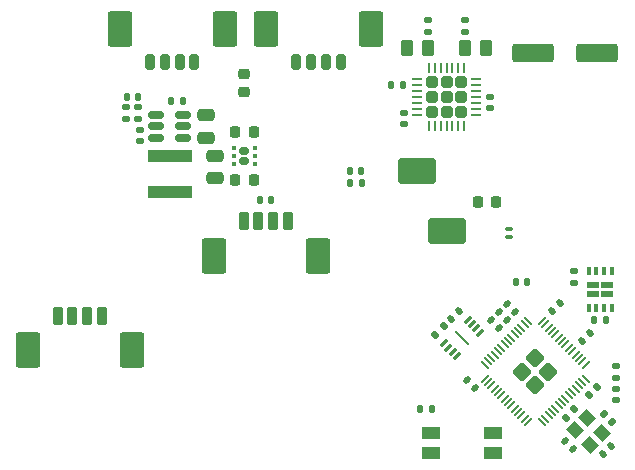
<source format=gbr>
%TF.GenerationSoftware,KiCad,Pcbnew,8.0.3*%
%TF.CreationDate,2024-06-25T22:30:56+08:00*%
%TF.ProjectId,SB-main-board,53422d6d-6169-46e2-9d62-6f6172642e6b,A0*%
%TF.SameCoordinates,Original*%
%TF.FileFunction,Paste,Top*%
%TF.FilePolarity,Positive*%
%FSLAX46Y46*%
G04 Gerber Fmt 4.6, Leading zero omitted, Abs format (unit mm)*
G04 Created by KiCad (PCBNEW 8.0.3) date 2024-06-25 22:30:56*
%MOMM*%
%LPD*%
G01*
G04 APERTURE LIST*
G04 Aperture macros list*
%AMRoundRect*
0 Rectangle with rounded corners*
0 $1 Rounding radius*
0 $2 $3 $4 $5 $6 $7 $8 $9 X,Y pos of 4 corners*
0 Add a 4 corners polygon primitive as box body*
4,1,4,$2,$3,$4,$5,$6,$7,$8,$9,$2,$3,0*
0 Add four circle primitives for the rounded corners*
1,1,$1+$1,$2,$3*
1,1,$1+$1,$4,$5*
1,1,$1+$1,$6,$7*
1,1,$1+$1,$8,$9*
0 Add four rect primitives between the rounded corners*
20,1,$1+$1,$2,$3,$4,$5,0*
20,1,$1+$1,$4,$5,$6,$7,0*
20,1,$1+$1,$6,$7,$8,$9,0*
20,1,$1+$1,$8,$9,$2,$3,0*%
%AMRotRect*
0 Rectangle, with rotation*
0 The origin of the aperture is its center*
0 $1 length*
0 $2 width*
0 $3 Rotation angle, in degrees counterclockwise*
0 Add horizontal line*
21,1,$1,$2,0,0,$3*%
G04 Aperture macros list end*
%ADD10R,1.550000X1.000000*%
%ADD11RoundRect,0.200000X-0.200000X-0.600000X0.200000X-0.600000X0.200000X0.600000X-0.200000X0.600000X0*%
%ADD12RoundRect,0.250001X-0.799999X-1.249999X0.799999X-1.249999X0.799999X1.249999X-0.799999X1.249999X0*%
%ADD13RoundRect,0.140000X0.140000X0.170000X-0.140000X0.170000X-0.140000X-0.170000X0.140000X-0.170000X0*%
%ADD14RoundRect,0.135000X-0.135000X-0.185000X0.135000X-0.185000X0.135000X0.185000X-0.135000X0.185000X0*%
%ADD15RoundRect,0.225000X0.225000X0.250000X-0.225000X0.250000X-0.225000X-0.250000X0.225000X-0.250000X0*%
%ADD16RoundRect,0.135000X-0.035355X0.226274X-0.226274X0.035355X0.035355X-0.226274X0.226274X-0.035355X0*%
%ADD17RoundRect,0.250000X0.475000X-0.250000X0.475000X0.250000X-0.475000X0.250000X-0.475000X-0.250000X0*%
%ADD18RoundRect,0.135000X-0.185000X0.135000X-0.185000X-0.135000X0.185000X-0.135000X0.185000X0.135000X0*%
%ADD19RoundRect,0.140000X0.170000X-0.140000X0.170000X0.140000X-0.170000X0.140000X-0.170000X-0.140000X0*%
%ADD20RoundRect,0.063500X-0.197566X-0.287368X0.287368X0.197566X0.197566X0.287368X-0.287368X-0.197566X0*%
%ADD21RotRect,0.203200X1.600200X45.000000*%
%ADD22RoundRect,0.140000X0.219203X0.021213X0.021213X0.219203X-0.219203X-0.021213X-0.021213X-0.219203X0*%
%ADD23RoundRect,0.140000X-0.021213X0.219203X-0.219203X0.021213X0.021213X-0.219203X0.219203X-0.021213X0*%
%ADD24RoundRect,0.140000X-0.219203X-0.021213X-0.021213X-0.219203X0.219203X0.021213X0.021213X0.219203X0*%
%ADD25RoundRect,0.140000X0.021213X-0.219203X0.219203X-0.021213X-0.021213X0.219203X-0.219203X0.021213X0*%
%ADD26RoundRect,0.250000X-0.255000X-0.255000X0.255000X-0.255000X0.255000X0.255000X-0.255000X0.255000X0*%
%ADD27RoundRect,0.062500X-0.325000X-0.062500X0.325000X-0.062500X0.325000X0.062500X-0.325000X0.062500X0*%
%ADD28RoundRect,0.062500X-0.062500X-0.325000X0.062500X-0.325000X0.062500X0.325000X-0.062500X0.325000X0*%
%ADD29RoundRect,0.218750X-0.256250X0.218750X-0.256250X-0.218750X0.256250X-0.218750X0.256250X0.218750X0*%
%ADD30RoundRect,0.218750X0.218750X0.256250X-0.218750X0.256250X-0.218750X-0.256250X0.218750X-0.256250X0*%
%ADD31R,3.700000X1.100000*%
%ADD32RoundRect,0.261905X-1.338095X-0.838095X1.338095X-0.838095X1.338095X0.838095X-1.338095X0.838095X0*%
%ADD33RotRect,1.150000X1.000000X315.000000*%
%ADD34RoundRect,0.140000X-0.140000X-0.170000X0.140000X-0.170000X0.140000X0.170000X-0.140000X0.170000X0*%
%ADD35RoundRect,0.135000X0.226274X0.035355X0.035355X0.226274X-0.226274X-0.035355X-0.035355X-0.226274X0*%
%ADD36RoundRect,0.160000X0.245000X0.160000X-0.245000X0.160000X-0.245000X-0.160000X0.245000X-0.160000X0*%
%ADD37RoundRect,0.093750X0.093750X0.106250X-0.093750X0.106250X-0.093750X-0.106250X0.093750X-0.106250X0*%
%ADD38RoundRect,0.250000X-1.500000X-0.550000X1.500000X-0.550000X1.500000X0.550000X-1.500000X0.550000X0*%
%ADD39RoundRect,0.250000X-0.475000X0.250000X-0.475000X-0.250000X0.475000X-0.250000X0.475000X0.250000X0*%
%ADD40RoundRect,0.249999X0.000000X-0.558616X0.558616X0.000000X0.000000X0.558616X-0.558616X0.000000X0*%
%ADD41RoundRect,0.050000X-0.238649X-0.309359X0.309359X0.238649X0.238649X0.309359X-0.309359X-0.238649X0*%
%ADD42RoundRect,0.050000X0.238649X-0.309359X0.309359X-0.238649X-0.238649X0.309359X-0.309359X0.238649X0*%
%ADD43RoundRect,0.225000X-0.225000X-0.250000X0.225000X-0.250000X0.225000X0.250000X-0.225000X0.250000X0*%
%ADD44RoundRect,0.200000X0.200000X0.450000X-0.200000X0.450000X-0.200000X-0.450000X0.200000X-0.450000X0*%
%ADD45RoundRect,0.250001X0.799999X1.249999X-0.799999X1.249999X-0.799999X-1.249999X0.799999X-1.249999X0*%
%ADD46RoundRect,0.250000X0.262500X0.450000X-0.262500X0.450000X-0.262500X-0.450000X0.262500X-0.450000X0*%
%ADD47RoundRect,0.250000X-0.262500X-0.450000X0.262500X-0.450000X0.262500X0.450000X-0.262500X0.450000X0*%
%ADD48RoundRect,0.147500X0.172500X-0.147500X0.172500X0.147500X-0.172500X0.147500X-0.172500X-0.147500X0*%
%ADD49RoundRect,0.150000X0.512500X0.150000X-0.512500X0.150000X-0.512500X-0.150000X0.512500X-0.150000X0*%
%ADD50RoundRect,0.147500X0.147500X0.172500X-0.147500X0.172500X-0.147500X-0.172500X0.147500X-0.172500X0*%
%ADD51RoundRect,0.075000X0.225000X-0.075000X0.225000X0.075000X-0.225000X0.075000X-0.225000X-0.075000X0*%
%ADD52RoundRect,0.135000X0.035355X-0.226274X0.226274X-0.035355X-0.035355X0.226274X-0.226274X0.035355X0*%
%ADD53RoundRect,0.140000X-0.170000X0.140000X-0.170000X-0.140000X0.170000X-0.140000X0.170000X0.140000X0*%
%ADD54RoundRect,0.135000X0.135000X0.185000X-0.135000X0.185000X-0.135000X-0.185000X0.135000X-0.185000X0*%
%ADD55R,1.000000X0.600000*%
%ADD56R,0.350000X0.650000*%
G04 APERTURE END LIST*
D10*
%TO.C,SW1*%
X114285330Y-106623664D03*
X109035330Y-106623664D03*
X114285330Y-104923664D03*
X109035330Y-104923664D03*
%TD*%
D11*
%TO.C,J7*%
X77461330Y-95035664D03*
X78711330Y-95035664D03*
X79961330Y-95035664D03*
X81211330Y-95035664D03*
D12*
X74911330Y-97935664D03*
X83761330Y-97935664D03*
%TD*%
D13*
%TO.C,C37*%
X84296330Y-76455664D03*
X83336330Y-76455664D03*
%TD*%
D14*
%TO.C,R14*%
X105647722Y-75483665D03*
X106667722Y-75483665D03*
%TD*%
D15*
%TO.C,C36*%
X94048830Y-83495664D03*
X92498830Y-83495664D03*
%TD*%
D16*
%TO.C,R2*%
X110146161Y-95912834D03*
X109424913Y-96634082D03*
%TD*%
D11*
%TO.C,J4*%
X93210330Y-87030664D03*
X94460330Y-87030664D03*
X95710330Y-87030664D03*
X96960330Y-87030664D03*
D12*
X90660330Y-89930664D03*
X99510330Y-89930664D03*
%TD*%
D17*
%TO.C,C17*%
X90806330Y-83345664D03*
X90806330Y-81445664D03*
%TD*%
D18*
%TO.C,R6*%
X124725330Y-99253664D03*
X124725330Y-100273664D03*
%TD*%
D19*
%TO.C,C21*%
X114087722Y-77443665D03*
X114087722Y-76483665D03*
%TD*%
D20*
%TO.C,U2*%
X110186181Y-97352151D03*
X110539735Y-97705705D03*
X110893289Y-98059259D03*
X111246843Y-98412813D03*
X113224479Y-96435177D03*
X112870925Y-96081623D03*
X112517371Y-95728069D03*
X112163817Y-95374515D03*
D21*
X111705330Y-96893664D03*
%TD*%
D22*
%TO.C,C11*%
X112780365Y-101164066D03*
X112101543Y-100485244D03*
%TD*%
D23*
%TO.C,C3*%
X124298261Y-106031067D03*
X123619439Y-106709889D03*
%TD*%
D24*
%TO.C,C2*%
X120381357Y-105611734D03*
X121060179Y-106290556D03*
%TD*%
D25*
%TO.C,C10*%
X121863708Y-97171891D03*
X122542530Y-96493069D03*
%TD*%
%TO.C,C7*%
X119318124Y-94626307D03*
X119996946Y-93947485D03*
%TD*%
D26*
%TO.C,U6*%
X109137722Y-75233665D03*
X109137722Y-76483665D03*
X109137722Y-77733665D03*
X110387722Y-75233665D03*
X110387722Y-76483665D03*
X110387722Y-77733665D03*
X111637722Y-75233665D03*
X111637722Y-76483665D03*
X111637722Y-77733665D03*
D27*
X107925222Y-74983665D03*
X107925222Y-75483665D03*
X107925222Y-75983665D03*
X107925222Y-76483665D03*
X107925222Y-76983665D03*
X107925222Y-77483665D03*
X107925222Y-77983665D03*
D28*
X108887722Y-78946165D03*
X109387722Y-78946165D03*
X109887722Y-78946165D03*
X110387722Y-78946165D03*
X110887722Y-78946165D03*
X111387722Y-78946165D03*
X111887722Y-78946165D03*
D27*
X112850222Y-77983665D03*
X112850222Y-77483665D03*
X112850222Y-76983665D03*
X112850222Y-76483665D03*
X112850222Y-75983665D03*
X112850222Y-75483665D03*
X112850222Y-74983665D03*
D28*
X111887722Y-74021165D03*
X111387722Y-74021165D03*
X110887722Y-74021165D03*
X110387722Y-74021165D03*
X109887722Y-74021165D03*
X109387722Y-74021165D03*
X108887722Y-74021165D03*
%TD*%
D29*
%TO.C,FB4*%
X93218930Y-74517563D03*
X93218930Y-76092565D03*
%TD*%
D14*
%TO.C,R3*%
X108135330Y-102943664D03*
X109155330Y-102943664D03*
%TD*%
D30*
%TO.C,FB1*%
X114605222Y-85343664D03*
X113030222Y-85343664D03*
%TD*%
D22*
%TO.C,C6*%
X115538749Y-95362179D03*
X114859927Y-94683357D03*
%TD*%
D31*
%TO.C,L1*%
X86956829Y-81494165D03*
X86956829Y-84494165D03*
%TD*%
D32*
%TO.C,TP1*%
X110414730Y-87877964D03*
%TD*%
D33*
%TO.C,Y1*%
X121295757Y-104697334D03*
X122533194Y-105934771D03*
X123523143Y-104944822D03*
X122285706Y-103707385D03*
%TD*%
D34*
%TO.C,C34*%
X116276330Y-92165664D03*
X117236330Y-92165664D03*
%TD*%
D35*
%TO.C,R5*%
X124437543Y-104030422D03*
X123716295Y-103309174D03*
%TD*%
D13*
%TO.C,C33*%
X95565330Y-85230664D03*
X94605330Y-85230664D03*
%TD*%
D36*
%TO.C,U11*%
X93273830Y-81880664D03*
X93273830Y-81080664D03*
D37*
X94161330Y-82130664D03*
X94161330Y-81480664D03*
X94161330Y-80830664D03*
X92386330Y-80830664D03*
X92386330Y-81480664D03*
X92386330Y-82130664D03*
%TD*%
D19*
%TO.C,C20*%
X106787722Y-78793664D03*
X106787722Y-77833664D03*
%TD*%
D38*
%TO.C,C22*%
X117695330Y-72793664D03*
X123095330Y-72793664D03*
%TD*%
D22*
%TO.C,C13*%
X116224549Y-94676379D03*
X115545727Y-93997557D03*
%TD*%
D39*
%TO.C,C16*%
X90036330Y-78025663D03*
X90036330Y-79925663D03*
%TD*%
D14*
%TO.C,R18*%
X102191330Y-83805664D03*
X103211330Y-83805664D03*
%TD*%
D40*
%TO.C,U1*%
X116756351Y-99733664D03*
X117887722Y-100865035D03*
X117887722Y-98602293D03*
X119019093Y-99733664D03*
D41*
X113618565Y-100325866D03*
X113901408Y-100608709D03*
X114184250Y-100891551D03*
X114467093Y-101174394D03*
X114749936Y-101457237D03*
X115032778Y-101740079D03*
X115315621Y-102022922D03*
X115598464Y-102305765D03*
X115881307Y-102588608D03*
X116164149Y-102871450D03*
X116446992Y-103154293D03*
X116729835Y-103437136D03*
X117012677Y-103719978D03*
X117295520Y-104002821D03*
D42*
X118479924Y-104002821D03*
X118762767Y-103719978D03*
X119045609Y-103437136D03*
X119328452Y-103154293D03*
X119611295Y-102871450D03*
X119894137Y-102588608D03*
X120176980Y-102305765D03*
X120459823Y-102022922D03*
X120742666Y-101740079D03*
X121025508Y-101457237D03*
X121308351Y-101174394D03*
X121591194Y-100891551D03*
X121874036Y-100608709D03*
X122156879Y-100325866D03*
D41*
X122156879Y-99141462D03*
X121874036Y-98858619D03*
X121591194Y-98575777D03*
X121308351Y-98292934D03*
X121025508Y-98010091D03*
X120742666Y-97727249D03*
X120459823Y-97444406D03*
X120176980Y-97161563D03*
X119894137Y-96878720D03*
X119611295Y-96595878D03*
X119328452Y-96313035D03*
X119045609Y-96030192D03*
X118762767Y-95747350D03*
X118479924Y-95464507D03*
D42*
X117295520Y-95464507D03*
X117012677Y-95747350D03*
X116729835Y-96030192D03*
X116446992Y-96313035D03*
X116164149Y-96595878D03*
X115881307Y-96878720D03*
X115598464Y-97161563D03*
X115315621Y-97444406D03*
X115032778Y-97727249D03*
X114749936Y-98010091D03*
X114467093Y-98292934D03*
X114184250Y-98575777D03*
X113901408Y-98858619D03*
X113618565Y-99141462D03*
%TD*%
D18*
%TO.C,R12*%
X83256330Y-77345664D03*
X83256330Y-78365664D03*
%TD*%
D43*
%TO.C,C35*%
X92498830Y-79465664D03*
X94048830Y-79465664D03*
%TD*%
D44*
%TO.C,J8*%
X101419330Y-73489664D03*
X100169330Y-73489664D03*
X98919330Y-73489664D03*
X97669330Y-73489664D03*
D45*
X103969330Y-70739664D03*
X95119330Y-70739664D03*
%TD*%
D22*
%TO.C,C12*%
X114815741Y-96045075D03*
X114136919Y-95366253D03*
%TD*%
D46*
%TO.C,R16*%
X108837722Y-72383664D03*
X107012722Y-72383664D03*
%TD*%
D32*
%TO.C,TP2*%
X107870330Y-82797964D03*
%TD*%
D19*
%TO.C,C27*%
X111937722Y-70963664D03*
X111937722Y-70003664D03*
%TD*%
D47*
%TO.C,R15*%
X111937722Y-72383664D03*
X113762722Y-72383664D03*
%TD*%
D13*
%TO.C,C14*%
X123875330Y-95363664D03*
X122915330Y-95363664D03*
%TD*%
D19*
%TO.C,C28*%
X108837722Y-70963664D03*
X108837722Y-70003664D03*
%TD*%
D48*
%TO.C,D1*%
X124725330Y-102179064D03*
X124725330Y-101209064D03*
%TD*%
D18*
%TO.C,R13*%
X84296330Y-77345664D03*
X84296330Y-78365664D03*
%TD*%
D49*
%TO.C,U4*%
X88094329Y-79925663D03*
X88094329Y-78975663D03*
X88094329Y-78025663D03*
X85819329Y-78025663D03*
X85819329Y-78975663D03*
X85819329Y-79925663D03*
%TD*%
D50*
%TO.C,D2*%
X103161330Y-82797964D03*
X102191330Y-82797964D03*
%TD*%
D51*
%TO.C,D3*%
X115687722Y-88333664D03*
X115687722Y-87633664D03*
%TD*%
D52*
%TO.C,R4*%
X120499426Y-103632302D03*
X121220674Y-102911054D03*
%TD*%
D25*
%TO.C,C1*%
X110766926Y-95292069D03*
X111445748Y-94613247D03*
%TD*%
D53*
%TO.C,C15*%
X84396330Y-79255664D03*
X84396330Y-80215664D03*
%TD*%
D18*
%TO.C,R10*%
X121137722Y-91223663D03*
X121137722Y-92243663D03*
%TD*%
D54*
%TO.C,R11*%
X88094329Y-76795664D03*
X87074329Y-76795664D03*
%TD*%
D16*
%TO.C,R1*%
X123150642Y-101008503D03*
X122429394Y-101729751D03*
%TD*%
D55*
%TO.C,U3*%
X122795330Y-93161164D03*
X123995330Y-93161164D03*
X122795330Y-92386164D03*
X123995330Y-92386164D03*
D56*
X122420330Y-94323664D03*
X123070330Y-94323664D03*
X123720330Y-94323664D03*
X124370330Y-94323664D03*
X124370330Y-91223664D03*
X123720330Y-91223664D03*
X123070330Y-91223664D03*
X122420330Y-91223664D03*
%TD*%
D44*
%TO.C,J6*%
X89045330Y-73489664D03*
X87795330Y-73489664D03*
X86545330Y-73489664D03*
X85295330Y-73489664D03*
D45*
X91595330Y-70739664D03*
X82745330Y-70739664D03*
%TD*%
M02*

</source>
